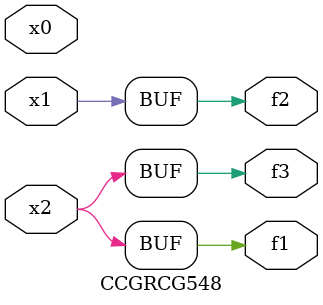
<source format=v>
module CCGRCG548(
	input x0, x1, x2,
	output f1, f2, f3
);
	assign f1 = x2;
	assign f2 = x1;
	assign f3 = x2;
endmodule

</source>
